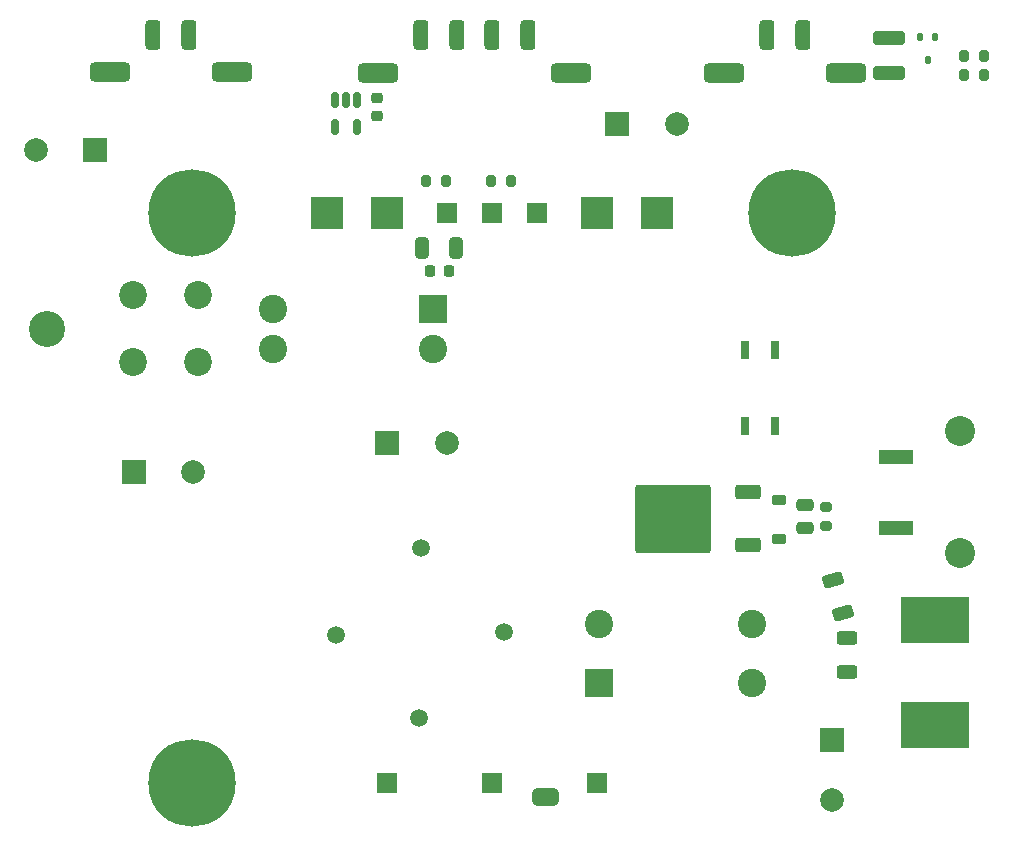
<source format=gbr>
%TF.GenerationSoftware,KiCad,Pcbnew,9.0.0*%
%TF.CreationDate,2025-03-29T15:41:40+01:00*%
%TF.ProjectId,TDK_DCDC_pcb,54444b5f-4443-4444-935f-7063622e6b69,rev?*%
%TF.SameCoordinates,Original*%
%TF.FileFunction,Soldermask,Top*%
%TF.FilePolarity,Negative*%
%FSLAX46Y46*%
G04 Gerber Fmt 4.6, Leading zero omitted, Abs format (unit mm)*
G04 Created by KiCad (PCBNEW 9.0.0) date 2025-03-29 15:41:40*
%MOMM*%
%LPD*%
G01*
G04 APERTURE LIST*
G04 Aperture macros list*
%AMRoundRect*
0 Rectangle with rounded corners*
0 $1 Rounding radius*
0 $2 $3 $4 $5 $6 $7 $8 $9 X,Y pos of 4 corners*
0 Add a 4 corners polygon primitive as box body*
4,1,4,$2,$3,$4,$5,$6,$7,$8,$9,$2,$3,0*
0 Add four circle primitives for the rounded corners*
1,1,$1+$1,$2,$3*
1,1,$1+$1,$4,$5*
1,1,$1+$1,$6,$7*
1,1,$1+$1,$8,$9*
0 Add four rect primitives between the rounded corners*
20,1,$1+$1,$2,$3,$4,$5,0*
20,1,$1+$1,$4,$5,$6,$7,0*
20,1,$1+$1,$6,$7,$8,$9,0*
20,1,$1+$1,$8,$9,$2,$3,0*%
%AMFreePoly0*
4,1,23,0.500000,-0.750000,0.000000,-0.750000,0.000000,-0.745722,-0.065263,-0.745722,-0.191342,-0.711940,-0.304381,-0.646677,-0.396677,-0.554381,-0.461940,-0.441342,-0.495722,-0.315263,-0.495722,-0.250000,-0.500000,-0.250000,-0.500000,0.250000,-0.495722,0.250000,-0.495722,0.315263,-0.461940,0.441342,-0.396677,0.554381,-0.304381,0.646677,-0.191342,0.711940,-0.065263,0.745722,0.000000,0.745722,
0.000000,0.750000,0.500000,0.750000,0.500000,-0.750000,0.500000,-0.750000,$1*%
%AMFreePoly1*
4,1,23,0.000000,0.745722,0.065263,0.745722,0.191342,0.711940,0.304381,0.646677,0.396677,0.554381,0.461940,0.441342,0.495722,0.315263,0.495722,0.250000,0.500000,0.250000,0.500000,-0.250000,0.495722,-0.250000,0.495722,-0.315263,0.461940,-0.441342,0.396677,-0.554381,0.304381,-0.646677,0.191342,-0.711940,0.065263,-0.745722,0.000000,-0.745722,0.000000,-0.750000,-0.500000,-0.750000,
-0.500000,0.750000,0.000000,0.750000,0.000000,0.745722,0.000000,0.745722,$1*%
G04 Aperture macros list end*
%ADD10C,0.000000*%
%ADD11RoundRect,0.250000X-1.100000X0.325000X-1.100000X-0.325000X1.100000X-0.325000X1.100000X0.325000X0*%
%ADD12RoundRect,0.200000X-0.200000X-0.275000X0.200000X-0.275000X0.200000X0.275000X-0.200000X0.275000X0*%
%ADD13RoundRect,0.250000X0.475000X-0.250000X0.475000X0.250000X-0.475000X0.250000X-0.475000X-0.250000X0*%
%ADD14C,1.500000*%
%ADD15RoundRect,0.317500X-0.317500X-0.952500X0.317500X-0.952500X0.317500X0.952500X-0.317500X0.952500X0*%
%ADD16RoundRect,0.412500X-1.302500X-0.412500X1.302500X-0.412500X1.302500X0.412500X-1.302500X0.412500X0*%
%ADD17R,2.400000X2.400000*%
%ADD18C,2.400000*%
%ADD19R,2.000000X2.000000*%
%ADD20C,2.000000*%
%ADD21C,7.400000*%
%ADD22RoundRect,0.250000X0.850000X0.350000X-0.850000X0.350000X-0.850000X-0.350000X0.850000X-0.350000X0*%
%ADD23RoundRect,0.249997X2.950003X2.650003X-2.950003X2.650003X-2.950003X-2.650003X2.950003X-2.650003X0*%
%ADD24R,5.800000X4.000000*%
%ADD25RoundRect,0.250000X-0.325000X-0.650000X0.325000X-0.650000X0.325000X0.650000X-0.325000X0.650000X0*%
%ADD26RoundRect,0.200000X0.200000X0.275000X-0.200000X0.275000X-0.200000X-0.275000X0.200000X-0.275000X0*%
%ADD27RoundRect,0.225000X-0.225000X-0.250000X0.225000X-0.250000X0.225000X0.250000X-0.225000X0.250000X0*%
%ADD28RoundRect,0.112500X0.112500X0.237500X-0.112500X0.237500X-0.112500X-0.237500X0.112500X-0.237500X0*%
%ADD29RoundRect,0.250000X0.689057X-0.116113X0.506324X0.481578X-0.689057X0.116113X-0.506324X-0.481578X0*%
%ADD30C,2.540000*%
%ADD31R,2.920000X1.270000*%
%ADD32RoundRect,0.250000X0.625000X-0.312500X0.625000X0.312500X-0.625000X0.312500X-0.625000X-0.312500X0*%
%ADD33R,0.700000X1.550000*%
%ADD34FreePoly0,180.000000*%
%ADD35FreePoly1,180.000000*%
%ADD36RoundRect,0.200000X0.275000X-0.200000X0.275000X0.200000X-0.275000X0.200000X-0.275000X-0.200000X0*%
%ADD37RoundRect,0.225000X0.250000X-0.225000X0.250000X0.225000X-0.250000X0.225000X-0.250000X-0.225000X0*%
%ADD38RoundRect,0.150000X-0.150000X0.512500X-0.150000X-0.512500X0.150000X-0.512500X0.150000X0.512500X0*%
%ADD39C,3.048000*%
%ADD40C,2.362200*%
%ADD41RoundRect,0.225000X0.375000X-0.225000X0.375000X0.225000X-0.375000X0.225000X-0.375000X-0.225000X0*%
%ADD42R,1.752600X1.752600*%
%ADD43R,2.768600X2.768600*%
G04 APERTURE END LIST*
D10*
%TO.C,JP1*%
G36*
X148650000Y-128250000D02*
G01*
X148350000Y-128250000D01*
X148350000Y-126750000D01*
X148650000Y-126750000D01*
X148650000Y-128250000D01*
G37*
%TD*%
D11*
%TO.C,C7*%
X177600000Y-63246000D03*
X177600000Y-66196002D03*
%TD*%
D12*
%TO.C,R3*%
X183975000Y-64800000D03*
X185625000Y-64800000D03*
%TD*%
D13*
%TO.C,C13*%
X170500000Y-104700000D03*
X170500000Y-102800000D03*
%TD*%
D14*
%TO.C,C3*%
X130766058Y-113762876D03*
X137837126Y-120833944D03*
%TD*%
D15*
%TO.C,J1*%
X170283000Y-63010000D03*
X167283000Y-63010000D03*
D16*
X163583000Y-66210000D03*
X173983000Y-66210000D03*
%TD*%
D17*
%TO.C,C1*%
X153000000Y-117823959D03*
D18*
X153000000Y-112823959D03*
%TD*%
D19*
%TO.C,C10*%
X110367678Y-72700000D03*
D20*
X105367678Y-72700000D03*
%TD*%
D21*
%TO.C,U6*%
X118590000Y-78030000D03*
%TD*%
D22*
%TO.C,Q2*%
X165625000Y-106207500D03*
D23*
X159324999Y-103927500D03*
D22*
X165625000Y-101647500D03*
%TD*%
D24*
%TO.C,F3*%
X181500000Y-112550000D03*
X181500000Y-121450000D03*
%TD*%
D18*
%TO.C,C6*%
X166000000Y-117823959D03*
X166000000Y-112823959D03*
%TD*%
D25*
%TO.C,C4*%
X138025000Y-81000000D03*
X140975000Y-81000000D03*
%TD*%
D26*
%TO.C,R5*%
X140075000Y-75360000D03*
X138425000Y-75360000D03*
%TD*%
D14*
%TO.C,C2*%
X145000000Y-113500000D03*
X137928932Y-106428932D03*
%TD*%
D27*
%TO.C,C5*%
X138750000Y-82984177D03*
X140300000Y-82984177D03*
%TD*%
D15*
%TO.C,J3*%
X118300000Y-62960000D03*
X115300000Y-62960000D03*
D16*
X111600000Y-66160000D03*
X122000000Y-66160000D03*
%TD*%
D28*
%TO.C,D4*%
X181513000Y-63119000D03*
X180213000Y-63119000D03*
X180863000Y-65119000D03*
%TD*%
D21*
%TO.C,U7*%
X118590000Y-126330000D03*
%TD*%
D19*
%TO.C,C9*%
X135132323Y-97500000D03*
D20*
X140132323Y-97500000D03*
%TD*%
D29*
%TO.C,R10*%
X173727593Y-111918597D03*
X172872407Y-109121403D03*
%TD*%
D30*
%TO.C,HV_in1*%
X183639999Y-96540000D03*
X183639999Y-106840000D03*
D31*
X178170000Y-98690000D03*
X178170000Y-104690000D03*
%TD*%
D32*
%TO.C,R9*%
X174000000Y-116962500D03*
X174000000Y-114037500D03*
%TD*%
D19*
%TO.C,C11*%
X113632323Y-100000000D03*
D20*
X118632323Y-100000000D03*
%TD*%
D33*
%TO.C,U2*%
X167969064Y-89625463D03*
X165429064Y-89625463D03*
X165429064Y-96125463D03*
X167969064Y-96125463D03*
%TD*%
D26*
%TO.C,R6*%
X145575000Y-75330000D03*
X143925000Y-75330000D03*
%TD*%
D19*
%TO.C,C8*%
X154604323Y-70485000D03*
D20*
X159604323Y-70485000D03*
%TD*%
D34*
%TO.C,JP1*%
X149149999Y-127500000D03*
D35*
X147850001Y-127500000D03*
%TD*%
D36*
%TO.C,R11*%
X172250000Y-104575000D03*
X172250000Y-102925000D03*
%TD*%
D15*
%TO.C,J2*%
X146994000Y-62967000D03*
X143994000Y-62967000D03*
X140994000Y-62967000D03*
X137994000Y-62967000D03*
D16*
X134294000Y-66167000D03*
X150694000Y-66167000D03*
%TD*%
D12*
%TO.C,R1*%
X183980000Y-66340000D03*
X185630000Y-66340000D03*
%TD*%
D37*
%TO.C,C12*%
X134260000Y-69845000D03*
X134260000Y-68295000D03*
%TD*%
D21*
%TO.C,U5*%
X169390000Y-78030000D03*
%TD*%
D19*
%TO.C,D1*%
X172805000Y-122710000D03*
D20*
X172805000Y-127789999D03*
%TD*%
D18*
%TO.C,F2*%
X138950000Y-89589177D03*
D17*
X138950000Y-86189177D03*
D18*
X125480000Y-89589177D03*
X125480000Y-86189177D03*
%TD*%
D38*
%TO.C,U4*%
X132569999Y-68502500D03*
X131620000Y-68502500D03*
X130670001Y-68502500D03*
X130670001Y-70777500D03*
X132569999Y-70777500D03*
%TD*%
D39*
%TO.C,LV_out1*%
X106313550Y-87850777D03*
D40*
X113613551Y-90700779D03*
X113613551Y-85000776D03*
X119113551Y-90700779D03*
X119113550Y-85000775D03*
%TD*%
D41*
%TO.C,D3*%
X168250000Y-105650000D03*
X168250000Y-102350000D03*
%TD*%
D42*
%TO.C,U1*%
X152880000Y-126320000D03*
X143990000Y-126320000D03*
X135100000Y-126320000D03*
D43*
X130020000Y-78020000D03*
X135100000Y-78020000D03*
D42*
X140180000Y-78020000D03*
X143990000Y-78020000D03*
X147800000Y-78020000D03*
D43*
X152880000Y-78020000D03*
X157960000Y-78020000D03*
%TD*%
M02*

</source>
